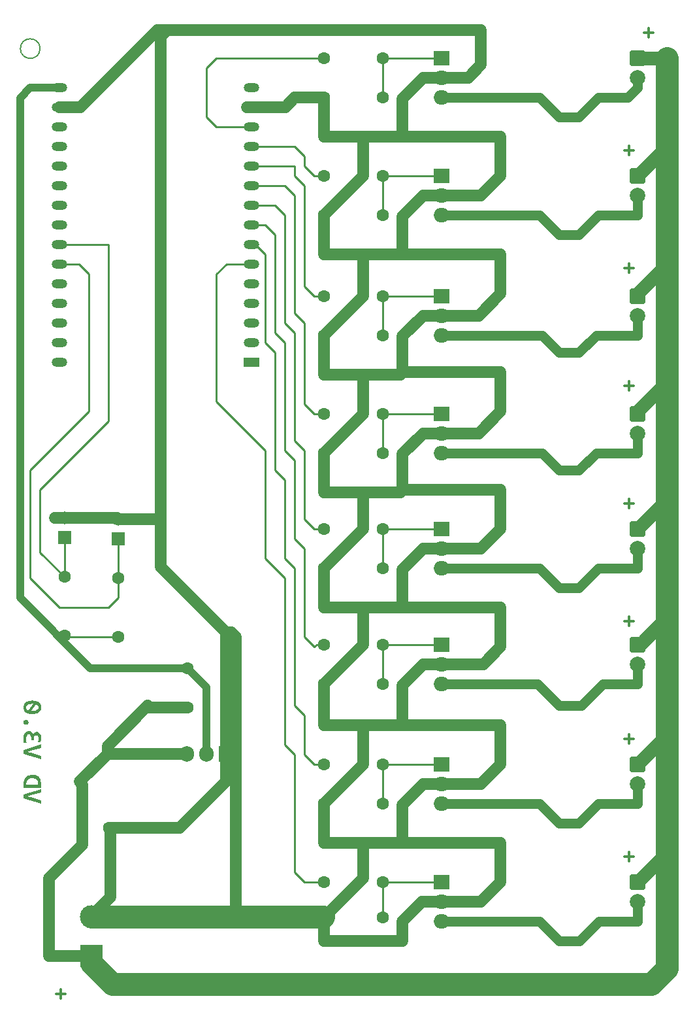
<source format=gbr>
%TF.GenerationSoftware,KiCad,Pcbnew,9.0.7*%
%TF.CreationDate,2026-02-16T10:21:58+00:00*%
%TF.ProjectId,VANDIMMER-8CH,56414e44-494d-44d4-9552-2d3843482e6b,rev?*%
%TF.SameCoordinates,Original*%
%TF.FileFunction,Copper,L2,Bot*%
%TF.FilePolarity,Positive*%
%FSLAX46Y46*%
G04 Gerber Fmt 4.6, Leading zero omitted, Abs format (unit mm)*
G04 Created by KiCad (PCBNEW 9.0.7) date 2026-02-16 10:21:58*
%MOMM*%
%LPD*%
G01*
G04 APERTURE LIST*
G04 Aperture macros list*
%AMRoundRect*
0 Rectangle with rounded corners*
0 $1 Rounding radius*
0 $2 $3 $4 $5 $6 $7 $8 $9 X,Y pos of 4 corners*
0 Add a 4 corners polygon primitive as box body*
4,1,4,$2,$3,$4,$5,$6,$7,$8,$9,$2,$3,0*
0 Add four circle primitives for the rounded corners*
1,1,$1+$1,$2,$3*
1,1,$1+$1,$4,$5*
1,1,$1+$1,$6,$7*
1,1,$1+$1,$8,$9*
0 Add four rect primitives between the rounded corners*
20,1,$1+$1,$2,$3,$4,$5,0*
20,1,$1+$1,$4,$5,$6,$7,0*
20,1,$1+$1,$6,$7,$8,$9,0*
20,1,$1+$1,$8,$9,$2,$3,0*%
G04 Aperture macros list end*
%TA.AperFunction,NonConductor*%
%ADD10C,0.200000*%
%TD*%
%ADD11C,0.300000*%
%TA.AperFunction,NonConductor*%
%ADD12C,0.300000*%
%TD*%
%TA.AperFunction,ComponentPad*%
%ADD13R,2.000000X1.200000*%
%TD*%
%TA.AperFunction,ComponentPad*%
%ADD14O,2.000000X1.200000*%
%TD*%
%TA.AperFunction,ComponentPad*%
%ADD15C,1.600000*%
%TD*%
%TA.AperFunction,ComponentPad*%
%ADD16RoundRect,0.250000X-0.550000X-0.550000X0.550000X-0.550000X0.550000X0.550000X-0.550000X0.550000X0*%
%TD*%
%TA.AperFunction,ComponentPad*%
%ADD17R,2.000000X1.905000*%
%TD*%
%TA.AperFunction,ComponentPad*%
%ADD18O,2.000000X1.905000*%
%TD*%
%TA.AperFunction,ComponentPad*%
%ADD19R,1.700000X1.700000*%
%TD*%
%TA.AperFunction,ComponentPad*%
%ADD20C,1.700000*%
%TD*%
%TA.AperFunction,ComponentPad*%
%ADD21RoundRect,0.250000X-0.750000X0.750000X-0.750000X-0.750000X0.750000X-0.750000X0.750000X0.750000X0*%
%TD*%
%TA.AperFunction,ComponentPad*%
%ADD22C,2.000000*%
%TD*%
%TA.AperFunction,ComponentPad*%
%ADD23R,1.905000X2.000000*%
%TD*%
%TA.AperFunction,ComponentPad*%
%ADD24O,1.905000X2.000000*%
%TD*%
%TA.AperFunction,ComponentPad*%
%ADD25R,3.000000X3.000000*%
%TD*%
%TA.AperFunction,ComponentPad*%
%ADD26C,3.000000*%
%TD*%
%TA.AperFunction,Conductor*%
%ADD27C,1.250000*%
%TD*%
%TA.AperFunction,Conductor*%
%ADD28C,3.000000*%
%TD*%
%TA.AperFunction,Conductor*%
%ADD29C,1.000000*%
%TD*%
%TA.AperFunction,Conductor*%
%ADD30C,1.500000*%
%TD*%
%TA.AperFunction,Conductor*%
%ADD31C,0.250000*%
%TD*%
%TA.AperFunction,Conductor*%
%ADD32C,1.750000*%
%TD*%
G04 APERTURE END LIST*
D10*
X36830000Y-39370000D02*
G75*
G02*
X34290000Y-39370000I-1270000J0D01*
G01*
X34290000Y-39370000D02*
G75*
G02*
X36830000Y-39370000I1270000J0D01*
G01*
D11*
D12*
X40085489Y-161789400D02*
X38942632Y-161789400D01*
X39514060Y-162360828D02*
X39514060Y-161217971D01*
D11*
D12*
X113745489Y-128769400D02*
X112602632Y-128769400D01*
X113174060Y-129340828D02*
X113174060Y-128197971D01*
D11*
D12*
X113745489Y-144009400D02*
X112602632Y-144009400D01*
X113174060Y-144580828D02*
X113174060Y-143437971D01*
D11*
D12*
X113745489Y-83049400D02*
X112602632Y-83049400D01*
X113174060Y-83620828D02*
X113174060Y-82477971D01*
D11*
D12*
X116285489Y-37329400D02*
X115142632Y-37329400D01*
X115714060Y-37900828D02*
X115714060Y-36757971D01*
D11*
D12*
X113745489Y-52569400D02*
X112602632Y-52569400D01*
X113174060Y-53140828D02*
X113174060Y-51997971D01*
D11*
D12*
X113745489Y-113529400D02*
X112602632Y-113529400D01*
X113174060Y-114100828D02*
X113174060Y-112957971D01*
D11*
D12*
X113745489Y-67809400D02*
X112602632Y-67809400D01*
X113174060Y-68380828D02*
X113174060Y-67237971D01*
D11*
D12*
X113745489Y-98289400D02*
X112602632Y-98289400D01*
X113174060Y-98860828D02*
X113174060Y-97717971D01*
D11*
G36*
X34715000Y-135921841D02*
G01*
X34715000Y-136478562D01*
X36942494Y-137160000D01*
X36942494Y-136683573D01*
X35601143Y-136306065D01*
X35161506Y-136184860D01*
X35626789Y-136058464D01*
X36942494Y-135684467D01*
X36942494Y-135237045D01*
X34715000Y-135921841D01*
G37*
G36*
X36045228Y-133413223D02*
G01*
X36206545Y-133435243D01*
X36344252Y-133469490D01*
X36475881Y-133520781D01*
X36587544Y-133584888D01*
X36681765Y-133661526D01*
X36761763Y-133752733D01*
X36827305Y-133858817D01*
X36878533Y-133981789D01*
X36925519Y-134183069D01*
X36942494Y-134429975D01*
X36942494Y-135090957D01*
X34715000Y-135090957D01*
X34715000Y-134524009D01*
X34716887Y-134486456D01*
X35066709Y-134486456D01*
X35066709Y-134670860D01*
X36590785Y-134670860D01*
X36590785Y-134457300D01*
X36576957Y-134293179D01*
X36539646Y-134168788D01*
X36476389Y-134063732D01*
X36390658Y-133983469D01*
X36284708Y-133925389D01*
X36151453Y-133885161D01*
X36005053Y-133863841D01*
X35829663Y-133856157D01*
X35627614Y-133868398D01*
X35469003Y-133901627D01*
X35345613Y-133951810D01*
X35250655Y-134016747D01*
X35172599Y-134102832D01*
X35115624Y-134207066D01*
X35079588Y-134333211D01*
X35066709Y-134486456D01*
X34716887Y-134486456D01*
X34724854Y-134327934D01*
X34752569Y-134160148D01*
X34795905Y-134016747D01*
X34858974Y-133881387D01*
X34935642Y-133766364D01*
X35025951Y-133669311D01*
X35130819Y-133587692D01*
X35250322Y-133521090D01*
X35386362Y-133469490D01*
X35604986Y-133422053D01*
X35856835Y-133405376D01*
X36045228Y-133413223D01*
G37*
G36*
X34715000Y-130155267D02*
G01*
X34715000Y-130711988D01*
X36942494Y-131393426D01*
X36942494Y-130917000D01*
X35601143Y-130539492D01*
X35161506Y-130418286D01*
X35626789Y-130291891D01*
X36942494Y-129917894D01*
X36942494Y-129470471D01*
X34715000Y-130155267D01*
G37*
G36*
X35391857Y-127729325D02*
G01*
X35232067Y-127745190D01*
X35093576Y-127790844D01*
X34972122Y-127867789D01*
X34868109Y-127979521D01*
X34788022Y-128118371D01*
X34725380Y-128299785D01*
X34689184Y-128501714D01*
X34675921Y-128753924D01*
X34678821Y-128876198D01*
X34686606Y-129003357D01*
X34698360Y-129126394D01*
X34715000Y-129233861D01*
X35076479Y-129233861D01*
X35041216Y-128992213D01*
X35027630Y-128713013D01*
X35034024Y-128576221D01*
X35051291Y-128468770D01*
X35081459Y-128372374D01*
X35119832Y-128299785D01*
X35170631Y-128241277D01*
X35230657Y-128201477D01*
X35299817Y-128178021D01*
X35379645Y-128169878D01*
X35450137Y-128178158D01*
X35512605Y-128202393D01*
X35566856Y-128242435D01*
X35613966Y-128301464D01*
X35649796Y-128373931D01*
X35678690Y-128471366D01*
X35695521Y-128579466D01*
X35701741Y-128716372D01*
X35701741Y-128963973D01*
X36024141Y-128963973D01*
X36024141Y-128736827D01*
X36031409Y-128609598D01*
X36050550Y-128515787D01*
X36082756Y-128434018D01*
X36121075Y-128375653D01*
X36169750Y-128330796D01*
X36225642Y-128301464D01*
X36287349Y-128284789D01*
X36352495Y-128279177D01*
X36439019Y-128289855D01*
X36506384Y-128319638D01*
X36559186Y-128368020D01*
X36595776Y-128431320D01*
X36620491Y-128520247D01*
X36629863Y-128642946D01*
X36623179Y-128775315D01*
X36603149Y-128905965D01*
X36532166Y-129174022D01*
X36883876Y-129174022D01*
X36928298Y-129027171D01*
X36958370Y-128887189D01*
X36976230Y-128745375D01*
X36981573Y-128596845D01*
X36971095Y-128418637D01*
X36942189Y-128273224D01*
X36893245Y-128142293D01*
X36830295Y-128039208D01*
X36749267Y-127955822D01*
X36653219Y-127896632D01*
X36544564Y-127861127D01*
X36420730Y-127848852D01*
X36287944Y-127860237D01*
X36179867Y-127891961D01*
X36091613Y-127941969D01*
X36015872Y-128010667D01*
X35951815Y-128096597D01*
X35899272Y-128202393D01*
X35875550Y-128098468D01*
X35840348Y-128007762D01*
X35792105Y-127926229D01*
X35732729Y-127858316D01*
X35662117Y-127803236D01*
X35581451Y-127762603D01*
X35492904Y-127737913D01*
X35391857Y-127729325D01*
G37*
G36*
X35350031Y-126597870D02*
G01*
X35343239Y-126528154D01*
X35323317Y-126464758D01*
X35291799Y-126407048D01*
X35251113Y-126358054D01*
X35201784Y-126317827D01*
X35143646Y-126287071D01*
X35080067Y-126267919D01*
X35011297Y-126261426D01*
X34944091Y-126267898D01*
X34881390Y-126287071D01*
X34823996Y-126317765D01*
X34774686Y-126358054D01*
X34734121Y-126407037D01*
X34702635Y-126464758D01*
X34682713Y-126528154D01*
X34675921Y-126597870D01*
X34682665Y-126664322D01*
X34702635Y-126725945D01*
X34734056Y-126782115D01*
X34774686Y-126830206D01*
X34823921Y-126869647D01*
X34881390Y-126900121D01*
X34944091Y-126919294D01*
X35011297Y-126925766D01*
X35080067Y-126919273D01*
X35143646Y-126900121D01*
X35201860Y-126869585D01*
X35251113Y-126830206D01*
X35291865Y-126782104D01*
X35323317Y-126725945D01*
X35343287Y-126664322D01*
X35350031Y-126597870D01*
G37*
G36*
X36041386Y-123802207D02*
G01*
X36213447Y-123823969D01*
X36359059Y-123857618D01*
X36500082Y-123907401D01*
X36617265Y-123966021D01*
X36713822Y-124032710D01*
X36798601Y-124112987D01*
X36865782Y-124201724D01*
X36916696Y-124299850D01*
X36964988Y-124460633D01*
X36981573Y-124639806D01*
X36972429Y-124779204D01*
X36945980Y-124904931D01*
X36903110Y-125018993D01*
X36842991Y-125124575D01*
X36767429Y-125218155D01*
X36675354Y-125300788D01*
X36571706Y-125369193D01*
X36450576Y-125427702D01*
X36309600Y-125475727D01*
X36084908Y-125520389D01*
X35818519Y-125536330D01*
X35617373Y-125528562D01*
X35445824Y-125506816D01*
X35300114Y-125473132D01*
X35159134Y-125423323D01*
X35041617Y-125364454D01*
X34944435Y-125297277D01*
X34859128Y-125216309D01*
X34791660Y-125127205D01*
X34784210Y-125112874D01*
X35711510Y-125112874D01*
X35769060Y-125116232D01*
X35829815Y-125116232D01*
X36030678Y-125106809D01*
X36189616Y-125081275D01*
X36333181Y-125038011D01*
X36441796Y-124985562D01*
X36531343Y-124917728D01*
X36590937Y-124842985D01*
X36627452Y-124757639D01*
X36639633Y-124665451D01*
X36630377Y-124579548D01*
X36603361Y-124503145D01*
X36558270Y-124434031D01*
X36498385Y-124376085D01*
X36416420Y-124323220D01*
X36307463Y-124276037D01*
X35711510Y-125112874D01*
X34784210Y-125112874D01*
X34740645Y-125029068D01*
X34692465Y-124868312D01*
X34675921Y-124689265D01*
X34677479Y-124665451D01*
X35017861Y-124665451D01*
X35026843Y-124750292D01*
X35053135Y-124826443D01*
X35097087Y-124895956D01*
X35155844Y-124954261D01*
X35235397Y-125005692D01*
X35340261Y-125049676D01*
X35936214Y-124217876D01*
X35880343Y-124216197D01*
X35822946Y-124214518D01*
X35624756Y-124223702D01*
X35466199Y-124248712D01*
X35322838Y-124291320D01*
X35215239Y-124343509D01*
X35126916Y-124411369D01*
X35067015Y-124487001D01*
X35030133Y-124573043D01*
X35017861Y-124665451D01*
X34677479Y-124665451D01*
X34685117Y-124548743D01*
X34711614Y-124423126D01*
X34754384Y-124310231D01*
X34814379Y-124205569D01*
X34889875Y-124112215D01*
X34981987Y-124029199D01*
X35085817Y-123960328D01*
X35206951Y-123901824D01*
X35347741Y-123854260D01*
X35572532Y-123810162D01*
X35838975Y-123794420D01*
X36041386Y-123802207D01*
G37*
D13*
%TO.P,U2,1,EN*%
%TO.N,unconnected-(U2-EN-Pad1)*%
X64226320Y-79987280D03*
D14*
%TO.P,U2,2,VP*%
%TO.N,unconnected-(U2-VP-Pad2)*%
X64226320Y-77447280D03*
%TO.P,U2,3,VN*%
%TO.N,unconnected-(U2-VN-Pad3)*%
X64226320Y-74907280D03*
%TO.P,U2,4,D34*%
%TO.N,unconnected-(U2-D34-Pad4)*%
X64226320Y-72367280D03*
%TO.P,U2,5,D35*%
%TO.N,unconnected-(U2-D35-Pad5)*%
X64226320Y-69827280D03*
%TO.P,U2,6,D32*%
%TO.N,CH8*%
X64226320Y-67287280D03*
%TO.P,U2,7,D33*%
%TO.N,CH7*%
X64226320Y-64747280D03*
%TO.P,U2,8,D25*%
%TO.N,CH6*%
X64226320Y-62207280D03*
%TO.P,U2,9,D26*%
%TO.N,CH5*%
X64226320Y-59667280D03*
%TO.P,U2,10,D27*%
%TO.N,CH4*%
X64226320Y-57127280D03*
%TO.P,U2,11,D14*%
%TO.N,CH3*%
X64226320Y-54587280D03*
%TO.P,U2,12,D12*%
%TO.N,CH2*%
X64226320Y-52047280D03*
%TO.P,U2,13,D13*%
%TO.N,CH1*%
X64226320Y-49507280D03*
%TO.P,U2,14,Gnd*%
%TO.N,GND*%
X64226320Y-46967280D03*
%TO.P,U2,15,Vin*%
%TO.N,unconnected-(U2-Vin-Pad15)*%
X64226320Y-44427280D03*
%TO.P,U2,16,3.3v*%
%TO.N,+3.3V*%
X39370000Y-44450000D03*
%TO.P,U2,17,Gnd*%
%TO.N,GND*%
X39370000Y-46990000D03*
%TO.P,U2,18,D15*%
%TO.N,unconnected-(U2-D15-Pad18)*%
X39366320Y-49527280D03*
%TO.P,U2,19,D2*%
%TO.N,unconnected-(U2-D2-Pad19)*%
X39366320Y-52067280D03*
%TO.P,U2,20,D4*%
%TO.N,unconnected-(U2-D4-Pad20)*%
X39366320Y-54607280D03*
%TO.P,U2,21,Rx2*%
%TO.N,unconnected-(U2-Rx2-Pad21)*%
X39366320Y-57147280D03*
%TO.P,U2,22,Tx2*%
%TO.N,unconnected-(U2-Tx2-Pad22)*%
X39366320Y-59687280D03*
%TO.P,U2,23,D5*%
%TO.N,unconnected-(U2-D5-Pad23)*%
X39366320Y-62227280D03*
%TO.P,U2,24,D18*%
%TO.N,Net-(J11-Pin_1)*%
X39366320Y-64767280D03*
%TO.P,U2,25,D19*%
%TO.N,Net-(J10-Pin_1)*%
X39366320Y-67307280D03*
%TO.P,U2,26,D21*%
%TO.N,unconnected-(U2-D21-Pad26)*%
X39366320Y-69847280D03*
%TO.P,U2,27,Rx0*%
%TO.N,unconnected-(U2-Rx0-Pad27)*%
X39366320Y-72387280D03*
%TO.P,U2,28,Tx0*%
%TO.N,unconnected-(U2-Tx0-Pad28)*%
X39366320Y-74927280D03*
%TO.P,U2,29,D22*%
%TO.N,unconnected-(U2-D22-Pad29)*%
X39366320Y-77467280D03*
%TO.P,U2,30,D23*%
%TO.N,unconnected-(U2-D23-Pad30)*%
X39366320Y-80007280D03*
%TD*%
D15*
%TO.P,R18,1*%
%TO.N,Net-(J11-Pin_1)*%
X39990000Y-107770000D03*
%TO.P,R18,2*%
%TO.N,+3.3V*%
X39990000Y-115390000D03*
%TD*%
D16*
%TO.P,C4,1*%
%TO.N,VIN*%
X42307349Y-140297349D03*
D15*
%TO.P,C4,2*%
%TO.N,GND*%
X45807349Y-140297349D03*
%TD*%
%TO.P,C1,1*%
%TO.N,VIN*%
X55960000Y-124650000D03*
%TO.P,C1,2*%
%TO.N,GND*%
X60960000Y-124650000D03*
%TD*%
D17*
%TO.P,Q3,1,G*%
%TO.N,Net-(Q3-G)*%
X88900000Y-71400000D03*
D18*
%TO.P,Q3,2,S*%
%TO.N,GND*%
X88900000Y-73940000D03*
%TO.P,Q3,3,D*%
%TO.N,Net-(J4-Pin_2)*%
X88900000Y-76480000D03*
%TD*%
D19*
%TO.P,J10,1,Pin_1*%
%TO.N,Net-(J10-Pin_1)*%
X46990000Y-102870000D03*
D20*
%TO.P,J10,2,Pin_2*%
%TO.N,GND*%
X46990000Y-100330000D03*
%TD*%
D21*
%TO.P,J9,1,Pin_1*%
%TO.N,VIN*%
X114300000Y-147320000D03*
D22*
%TO.P,J9,2,Pin_2*%
%TO.N,Net-(J9-Pin_2)*%
X114300000Y-149860000D03*
%TD*%
D15*
%TO.P,R9,1*%
%TO.N,Net-(Q5-G)*%
X81280000Y-101600000D03*
%TO.P,R9,2*%
%TO.N,CH5*%
X73660000Y-101600000D03*
%TD*%
D17*
%TO.P,Q7,1,G*%
%TO.N,Net-(Q7-G)*%
X88900000Y-132080000D03*
D18*
%TO.P,Q7,2,S*%
%TO.N,GND*%
X88900000Y-134620000D03*
%TO.P,Q7,3,D*%
%TO.N,Net-(J8-Pin_2)*%
X88900000Y-137160000D03*
%TD*%
D15*
%TO.P,R7,1*%
%TO.N,Net-(Q4-G)*%
X81280000Y-86640000D03*
%TO.P,R7,2*%
%TO.N,CH4*%
X73660000Y-86640000D03*
%TD*%
%TO.P,R1,1*%
%TO.N,Net-(Q1-G)*%
X81280000Y-40640000D03*
%TO.P,R1,2*%
%TO.N,CH1*%
X73660000Y-40640000D03*
%TD*%
%TO.P,R3,1*%
%TO.N,Net-(Q2-G)*%
X81280000Y-55880000D03*
%TO.P,R3,2*%
%TO.N,CH2*%
X73660000Y-55880000D03*
%TD*%
%TO.P,R16,1*%
%TO.N,GND*%
X73660000Y-151840000D03*
%TO.P,R16,2*%
%TO.N,Net-(Q8-G)*%
X81280000Y-151840000D03*
%TD*%
%TO.P,R17,1*%
%TO.N,Net-(J10-Pin_1)*%
X46990000Y-107950000D03*
%TO.P,R17,2*%
%TO.N,+3.3V*%
X46990000Y-115570000D03*
%TD*%
D17*
%TO.P,Q2,1,G*%
%TO.N,Net-(Q2-G)*%
X88900000Y-55880000D03*
D18*
%TO.P,Q2,2,S*%
%TO.N,GND*%
X88900000Y-58420000D03*
%TO.P,Q2,3,D*%
%TO.N,Net-(J3-Pin_2)*%
X88900000Y-60960000D03*
%TD*%
D23*
%TO.P,U1,1,GND*%
%TO.N,GND*%
X60960000Y-130660000D03*
D24*
%TO.P,U1,2,VO*%
%TO.N,+3.3V*%
X58420000Y-130660000D03*
%TO.P,U1,3,VI*%
%TO.N,VIN*%
X55880000Y-130660000D03*
%TD*%
D21*
%TO.P,J5,1,Pin_1*%
%TO.N,VIN*%
X114300000Y-86640000D03*
D22*
%TO.P,J5,2,Pin_2*%
%TO.N,Net-(J5-Pin_2)*%
X114300000Y-89180000D03*
%TD*%
D15*
%TO.P,R2,1*%
%TO.N,GND*%
X73660000Y-45720000D03*
%TO.P,R2,2*%
%TO.N,Net-(Q1-G)*%
X81280000Y-45720000D03*
%TD*%
D21*
%TO.P,J6,1,Pin_1*%
%TO.N,VIN*%
X114300000Y-101600000D03*
D22*
%TO.P,J6,2,Pin_2*%
%TO.N,Net-(J6-Pin_2)*%
X114300000Y-104140000D03*
%TD*%
D15*
%TO.P,R4,1*%
%TO.N,GND*%
X73660000Y-60960000D03*
%TO.P,R4,2*%
%TO.N,Net-(Q2-G)*%
X81280000Y-60960000D03*
%TD*%
D21*
%TO.P,J4,1,Pin_1*%
%TO.N,VIN*%
X114300000Y-71400000D03*
D22*
%TO.P,J4,2,Pin_2*%
%TO.N,Net-(J4-Pin_2)*%
X114300000Y-73940000D03*
%TD*%
D15*
%TO.P,R14,1*%
%TO.N,GND*%
X73660000Y-137160000D03*
%TO.P,R14,2*%
%TO.N,Net-(Q7-G)*%
X81280000Y-137160000D03*
%TD*%
%TO.P,R5,1*%
%TO.N,Net-(Q3-G)*%
X81280000Y-71400000D03*
%TO.P,R5,2*%
%TO.N,CH3*%
X73660000Y-71400000D03*
%TD*%
%TO.P,R10,1*%
%TO.N,GND*%
X73660000Y-106680000D03*
%TO.P,R10,2*%
%TO.N,Net-(Q5-G)*%
X81280000Y-106680000D03*
%TD*%
%TO.P,R15,1*%
%TO.N,Net-(Q8-G)*%
X81280000Y-147320000D03*
%TO.P,R15,2*%
%TO.N,CH8*%
X73660000Y-147320000D03*
%TD*%
D17*
%TO.P,Q8,1,G*%
%TO.N,Net-(Q8-G)*%
X88900000Y-147320000D03*
D18*
%TO.P,Q8,2,S*%
%TO.N,GND*%
X88900000Y-149860000D03*
%TO.P,Q8,3,D*%
%TO.N,Net-(J9-Pin_2)*%
X88900000Y-152400000D03*
%TD*%
D21*
%TO.P,J8,1,Pin_1*%
%TO.N,VIN*%
X114300000Y-132080000D03*
D22*
%TO.P,J8,2,Pin_2*%
%TO.N,Net-(J8-Pin_2)*%
X114300000Y-134620000D03*
%TD*%
D17*
%TO.P,Q5,1,G*%
%TO.N,Net-(Q5-G)*%
X88900000Y-101600000D03*
D18*
%TO.P,Q5,2,S*%
%TO.N,GND*%
X88900000Y-104140000D03*
%TO.P,Q5,3,D*%
%TO.N,Net-(J6-Pin_2)*%
X88900000Y-106680000D03*
%TD*%
D19*
%TO.P,J11,1,Pin_1*%
%TO.N,Net-(J11-Pin_1)*%
X39990000Y-102690000D03*
D20*
%TO.P,J11,2,Pin_2*%
%TO.N,GND*%
X39990000Y-100150000D03*
%TD*%
D17*
%TO.P,Q1,1,G*%
%TO.N,Net-(Q1-G)*%
X88900000Y-40640000D03*
D18*
%TO.P,Q1,2,S*%
%TO.N,GND*%
X88900000Y-43180000D03*
%TO.P,Q1,3,D*%
%TO.N,Net-(J2-Pin_2)*%
X88900000Y-45720000D03*
%TD*%
D15*
%TO.P,R8,1*%
%TO.N,GND*%
X73660000Y-91720000D03*
%TO.P,R8,2*%
%TO.N,Net-(Q4-G)*%
X81280000Y-91720000D03*
%TD*%
D21*
%TO.P,J7,1,Pin_1*%
%TO.N,VIN*%
X114300000Y-116560000D03*
D22*
%TO.P,J7,2,Pin_2*%
%TO.N,Net-(J7-Pin_2)*%
X114300000Y-119100000D03*
%TD*%
D25*
%TO.P,J1,1,Pin_1*%
%TO.N,VIN*%
X43460000Y-156837349D03*
D26*
%TO.P,J1,2,Pin_2*%
%TO.N,GND*%
X43460000Y-151757349D03*
%TD*%
D15*
%TO.P,R12,1*%
%TO.N,GND*%
X73660000Y-121640000D03*
%TO.P,R12,2*%
%TO.N,Net-(Q6-G)*%
X81280000Y-121640000D03*
%TD*%
D21*
%TO.P,J3,1,Pin_1*%
%TO.N,VIN*%
X114300000Y-55880000D03*
D22*
%TO.P,J3,2,Pin_2*%
%TO.N,Net-(J3-Pin_2)*%
X114300000Y-58420000D03*
%TD*%
D15*
%TO.P,R13,1*%
%TO.N,Net-(Q7-G)*%
X81280000Y-132080000D03*
%TO.P,R13,2*%
%TO.N,CH7*%
X73660000Y-132080000D03*
%TD*%
%TO.P,R11,1*%
%TO.N,Net-(Q6-G)*%
X81280000Y-116560000D03*
%TO.P,R11,2*%
%TO.N,CH6*%
X73660000Y-116560000D03*
%TD*%
D17*
%TO.P,Q4,1,G*%
%TO.N,Net-(Q4-G)*%
X88900000Y-86640000D03*
D18*
%TO.P,Q4,2,S*%
%TO.N,GND*%
X88900000Y-89180000D03*
%TO.P,Q4,3,D*%
%TO.N,Net-(J5-Pin_2)*%
X88900000Y-91720000D03*
%TD*%
D21*
%TO.P,J2,1,Pin_1*%
%TO.N,VIN*%
X114300000Y-40640000D03*
D22*
%TO.P,J2,2,Pin_2*%
%TO.N,Net-(J2-Pin_2)*%
X114300000Y-43180000D03*
%TD*%
D17*
%TO.P,Q6,1,G*%
%TO.N,Net-(Q6-G)*%
X88900000Y-116560000D03*
D18*
%TO.P,Q6,2,S*%
%TO.N,GND*%
X88900000Y-119100000D03*
%TO.P,Q6,3,D*%
%TO.N,Net-(J7-Pin_2)*%
X88900000Y-121640000D03*
%TD*%
D15*
%TO.P,R6,1*%
%TO.N,GND*%
X73660000Y-76480000D03*
%TO.P,R6,2*%
%TO.N,Net-(Q3-G)*%
X81280000Y-76480000D03*
%TD*%
%TO.P,C2,1*%
%TO.N,+3.3V*%
X55960000Y-119570000D03*
%TO.P,C2,2*%
%TO.N,GND*%
X60960000Y-119570000D03*
%TD*%
D27*
%TO.N,Net-(J2-Pin_2)*%
X114300000Y-44450000D02*
X113030000Y-45720000D01*
X114300000Y-43180000D02*
X114300000Y-44450000D01*
X109220000Y-45720000D02*
X113030000Y-45720000D01*
X106680000Y-48260000D02*
X109220000Y-45720000D01*
X104140000Y-48260000D02*
X106680000Y-48260000D01*
X101600000Y-45720000D02*
X104140000Y-48260000D01*
X89830000Y-45720000D02*
X101600000Y-45720000D01*
%TO.N,Net-(J3-Pin_2)*%
X109220000Y-60960000D02*
X114300000Y-60960000D01*
X106680000Y-63500000D02*
X109220000Y-60960000D01*
X104140000Y-63500000D02*
X106680000Y-63500000D01*
X101600000Y-60960000D02*
X104140000Y-63500000D01*
X88900000Y-60960000D02*
X101600000Y-60960000D01*
%TO.N,Net-(J4-Pin_2)*%
X101880000Y-76480000D02*
X88900000Y-76480000D01*
X104140000Y-78740000D02*
X101880000Y-76480000D01*
X106680000Y-78740000D02*
X104140000Y-78740000D01*
X108940000Y-76480000D02*
X106680000Y-78740000D01*
X114300000Y-76480000D02*
X108940000Y-76480000D01*
%TO.N,Net-(J5-Pin_2)*%
X104140000Y-93980000D02*
X101880000Y-91720000D01*
X106680000Y-93980000D02*
X104140000Y-93980000D01*
X108940000Y-91720000D02*
X106680000Y-93980000D01*
X114300000Y-91720000D02*
X108940000Y-91720000D01*
X101880000Y-91720000D02*
X88900000Y-91720000D01*
%TO.N,Net-(J6-Pin_2)*%
X109220000Y-106680000D02*
X114300000Y-106680000D01*
X106680000Y-109220000D02*
X109220000Y-106680000D01*
X104140000Y-109220000D02*
X106680000Y-109220000D01*
X101600000Y-106680000D02*
X104140000Y-109220000D01*
X88900000Y-106680000D02*
X101600000Y-106680000D01*
%TO.N,Net-(J7-Pin_2)*%
X106960000Y-124460000D02*
X109780000Y-121640000D01*
X104140000Y-124460000D02*
X106960000Y-124460000D01*
X101320000Y-121640000D02*
X104140000Y-124460000D01*
X109780000Y-121640000D02*
X114300000Y-121640000D01*
X88900000Y-121640000D02*
X101320000Y-121640000D01*
%TO.N,Net-(J8-Pin_2)*%
X104140000Y-139700000D02*
X106680000Y-139700000D01*
X101600000Y-137160000D02*
X104140000Y-139700000D01*
X106680000Y-139700000D02*
X109220000Y-137160000D01*
X109220000Y-137160000D02*
X114300000Y-137160000D01*
X88900000Y-137160000D02*
X101600000Y-137160000D01*
D28*
%TO.N,VIN*%
X118110000Y-158440000D02*
X118110000Y-139700000D01*
X65860000Y-160500000D02*
X116050000Y-160500000D01*
X116050000Y-160500000D02*
X118110000Y-158440000D01*
D27*
%TO.N,Net-(J9-Pin_2)*%
X109273725Y-152400000D02*
X114300000Y-152400000D01*
X106733725Y-154940000D02*
X109273725Y-152400000D01*
X104140000Y-154940000D02*
X106733725Y-154940000D01*
X101600000Y-152400000D02*
X104140000Y-154940000D01*
X88900000Y-152400000D02*
X101600000Y-152400000D01*
D29*
%TO.N,+3.3V*%
X34290000Y-45740000D02*
X35580000Y-44450000D01*
X35580000Y-44450000D02*
X39370000Y-44450000D01*
X43370000Y-119570000D02*
X48260000Y-119570000D01*
X34290000Y-110490000D02*
X43370000Y-119570000D01*
X34290000Y-109200000D02*
X34290000Y-110490000D01*
X34290000Y-82550000D02*
X34290000Y-45740000D01*
X34290000Y-82550000D02*
X34290000Y-109200000D01*
D30*
%TO.N,GND*%
X39370000Y-46990000D02*
X42080000Y-46990000D01*
X52070000Y-37000000D02*
X53340000Y-37000000D01*
X42080000Y-46990000D02*
X52070000Y-37000000D01*
D31*
%TO.N,Net-(J10-Pin_1)*%
X41907280Y-67307280D02*
X39366320Y-67307280D01*
X39370000Y-111760000D02*
X35560000Y-107950000D01*
X43180000Y-86360000D02*
X43180000Y-68580000D01*
X35560000Y-107950000D02*
X35560000Y-93980000D01*
X35560000Y-93980000D02*
X43180000Y-86360000D01*
X43180000Y-68580000D02*
X41907280Y-67307280D01*
X45720000Y-111760000D02*
X39370000Y-111760000D01*
X46990000Y-110490000D02*
X45720000Y-111760000D01*
X46990000Y-107950000D02*
X46990000Y-110490000D01*
%TO.N,Net-(J11-Pin_1)*%
X45717280Y-64767280D02*
X39366320Y-64767280D01*
X45720000Y-87630000D02*
X45720000Y-64770000D01*
X45720000Y-64770000D02*
X45717280Y-64767280D01*
X36830000Y-96520000D02*
X45720000Y-87630000D01*
X36830000Y-104610000D02*
X36830000Y-96520000D01*
X39990000Y-107770000D02*
X36830000Y-104610000D01*
D30*
%TO.N,GND*%
X86495000Y-73940000D02*
X88900000Y-73940000D01*
X83820000Y-111760000D02*
X83820000Y-106815000D01*
X86360000Y-149860000D02*
X88900000Y-149860000D01*
X83820000Y-81280000D02*
X96520000Y-81280000D01*
X43460000Y-151757349D02*
X45960000Y-149257349D01*
X78740000Y-81560000D02*
X83540000Y-81560000D01*
X86495000Y-104140000D02*
X88900000Y-104140000D01*
X73660000Y-45720000D02*
X73660000Y-50800000D01*
X73660000Y-121640000D02*
X73660000Y-127000000D01*
X78740000Y-96800000D02*
X78740000Y-101600000D01*
X96520000Y-96520000D02*
X96520000Y-101600000D01*
X83820000Y-91855000D02*
X86495000Y-89180000D01*
X73660000Y-91720000D02*
X78740000Y-86640000D01*
X60960000Y-114960000D02*
X60960000Y-119570000D01*
X96520000Y-81280000D02*
X96520000Y-86360000D01*
X96520000Y-55880000D02*
X93980000Y-58420000D01*
X78740000Y-142240000D02*
X78740000Y-146760000D01*
X73660000Y-154940000D02*
X83820000Y-154940000D01*
X60960000Y-114960000D02*
X61620000Y-114960000D01*
X78740000Y-96800000D02*
X83540000Y-96800000D01*
X78740000Y-111760000D02*
X78740000Y-116560000D01*
X73660000Y-142240000D02*
X78740000Y-142240000D01*
X52500000Y-100330000D02*
X52500000Y-37840000D01*
X86495000Y-58420000D02*
X88900000Y-58420000D01*
X83820000Y-81280000D02*
X83820000Y-76615000D01*
X96520000Y-111760000D02*
X96520000Y-116840000D01*
X62230000Y-115570000D02*
X62230000Y-151757349D01*
X93700000Y-89180000D02*
X88900000Y-89180000D01*
X94000000Y-41500000D02*
X94000000Y-37000000D01*
X93980000Y-134620000D02*
X88900000Y-134620000D01*
X93980000Y-149860000D02*
X88900000Y-149860000D01*
X83820000Y-142240000D02*
X83820000Y-137295000D01*
X78740000Y-116560000D02*
X73660000Y-121640000D01*
X78740000Y-132080000D02*
X73660000Y-137160000D01*
X60960000Y-130660000D02*
X60960000Y-119570000D01*
X96520000Y-86360000D02*
X93700000Y-89180000D01*
X83820000Y-154940000D02*
X83820000Y-152400000D01*
X78740000Y-101600000D02*
X73660000Y-106680000D01*
X83820000Y-111760000D02*
X96520000Y-111760000D01*
X78740000Y-66040000D02*
X78740000Y-71400000D01*
X83820000Y-106815000D02*
X86495000Y-104140000D01*
X78740000Y-127000000D02*
X83820000Y-127000000D01*
X78740000Y-55880000D02*
X73660000Y-60960000D01*
X83820000Y-137295000D02*
X86495000Y-134620000D01*
X78740000Y-111760000D02*
X83820000Y-111760000D01*
X94000000Y-37000000D02*
X53340000Y-37000000D01*
X94260000Y-119100000D02*
X88900000Y-119100000D01*
X52500000Y-106500000D02*
X60960000Y-114960000D01*
X86495000Y-43180000D02*
X88900000Y-43180000D01*
X83820000Y-127000000D02*
X83820000Y-121775000D01*
X92320000Y-43180000D02*
X94000000Y-41500000D01*
X78740000Y-71400000D02*
X73660000Y-76480000D01*
X61620000Y-114960000D02*
X62230000Y-115570000D01*
X83820000Y-50800000D02*
X83820000Y-45855000D01*
X69850000Y-45720000D02*
X73660000Y-45720000D01*
X45807349Y-140297349D02*
X54960000Y-140297349D01*
X83820000Y-152400000D02*
X86360000Y-149860000D01*
X83820000Y-61095000D02*
X86495000Y-58420000D01*
X96520000Y-71120000D02*
X93700000Y-73940000D01*
X39990000Y-100150000D02*
X46810000Y-100150000D01*
X78740000Y-142240000D02*
X83820000Y-142240000D01*
X96520000Y-147320000D02*
X93980000Y-149860000D01*
X78740000Y-127000000D02*
X78740000Y-132080000D01*
X73660000Y-151840000D02*
X73660000Y-154940000D01*
X83820000Y-121775000D02*
X86495000Y-119100000D01*
X93700000Y-73940000D02*
X88900000Y-73940000D01*
X60960000Y-134297349D02*
X60960000Y-130660000D01*
X73660000Y-91720000D02*
X73660000Y-96800000D01*
X96520000Y-116840000D02*
X94260000Y-119100000D01*
X78740000Y-66040000D02*
X83820000Y-66040000D01*
X45960000Y-149257349D02*
X45960000Y-140450000D01*
X46990000Y-100330000D02*
X52500000Y-100330000D01*
X83540000Y-96800000D02*
X83820000Y-96520000D01*
X54960000Y-140297349D02*
X60960000Y-134297349D01*
X83820000Y-66040000D02*
X96520000Y-66040000D01*
X45960000Y-140450000D02*
X45807349Y-140297349D01*
X73660000Y-66040000D02*
X78740000Y-66040000D01*
X86495000Y-89180000D02*
X88900000Y-89180000D01*
X61171000Y-130871000D02*
X60960000Y-130660000D01*
X78740000Y-50800000D02*
X83820000Y-50800000D01*
X73660000Y-106680000D02*
X73660000Y-111760000D01*
X73660000Y-111760000D02*
X78740000Y-111760000D01*
X86495000Y-119100000D02*
X88900000Y-119100000D01*
X78740000Y-86640000D02*
X78740000Y-81560000D01*
X73660000Y-127000000D02*
X78740000Y-127000000D01*
X83820000Y-45855000D02*
X86495000Y-43180000D01*
X96520000Y-50800000D02*
X96520000Y-55880000D01*
X96520000Y-101600000D02*
X93980000Y-104140000D01*
X96520000Y-127000000D02*
X96520000Y-132080000D01*
X68602720Y-46967280D02*
X69850000Y-45720000D01*
X83540000Y-81560000D02*
X83820000Y-81280000D01*
X73577349Y-151757349D02*
X73660000Y-151840000D01*
X96520000Y-142240000D02*
X96520000Y-147320000D01*
X73660000Y-60960000D02*
X73660000Y-66040000D01*
X86495000Y-134620000D02*
X88900000Y-134620000D01*
X78740000Y-146760000D02*
X73660000Y-151840000D01*
D28*
X43460000Y-151757349D02*
X62230000Y-151757349D01*
D30*
X52500000Y-37840000D02*
X53340000Y-37000000D01*
X83820000Y-50800000D02*
X96520000Y-50800000D01*
X83820000Y-96520000D02*
X83820000Y-91855000D01*
X83820000Y-127000000D02*
X96520000Y-127000000D01*
X93980000Y-58420000D02*
X88900000Y-58420000D01*
X83820000Y-66040000D02*
X83820000Y-61095000D01*
D28*
X62230000Y-151757349D02*
X73577349Y-151757349D01*
D30*
X73660000Y-76480000D02*
X73660000Y-81560000D01*
X73660000Y-81560000D02*
X78740000Y-81560000D01*
X83820000Y-96520000D02*
X96520000Y-96520000D01*
X83820000Y-142240000D02*
X96520000Y-142240000D01*
X73660000Y-50800000D02*
X78740000Y-50800000D01*
X93980000Y-104140000D02*
X88900000Y-104140000D01*
X39990000Y-100150000D02*
X38728000Y-100150000D01*
X88900000Y-43180000D02*
X92320000Y-43180000D01*
X83820000Y-76615000D02*
X86495000Y-73940000D01*
X73660000Y-96800000D02*
X78740000Y-96800000D01*
X46810000Y-100150000D02*
X46990000Y-100330000D01*
X96520000Y-66040000D02*
X96520000Y-71120000D01*
X96520000Y-132080000D02*
X93980000Y-134620000D01*
X63690000Y-46967280D02*
X68602720Y-46967280D01*
X52500000Y-100330000D02*
X52500000Y-106500000D01*
X78740000Y-55880000D02*
X78740000Y-50800000D01*
X73660000Y-137160000D02*
X73660000Y-142240000D01*
D32*
%TO.N,VIN*%
X114300000Y-40640000D02*
X118110000Y-40640000D01*
D30*
X37960000Y-156797349D02*
X38000000Y-156837349D01*
X42307349Y-142450000D02*
X37960000Y-146797349D01*
D32*
X114300000Y-147320000D02*
X118110000Y-143510000D01*
D30*
X55880000Y-130660000D02*
X45597349Y-130660000D01*
X41960000Y-134297349D02*
X42307349Y-134644698D01*
D28*
X118110000Y-93980000D02*
X118110000Y-86360000D01*
D30*
X118110000Y-63500000D02*
X118110000Y-71120000D01*
X45597349Y-130660000D02*
X41960000Y-134297349D01*
D28*
X118110000Y-124460000D02*
X118110000Y-116840000D01*
X118110000Y-139700000D02*
X118110000Y-124460000D01*
D30*
X37960000Y-146797349D02*
X37960000Y-156797349D01*
D32*
X114300000Y-71120000D02*
X118110000Y-67310000D01*
X114300000Y-132080000D02*
X118110000Y-128270000D01*
D28*
X118110000Y-116840000D02*
X118110000Y-93980000D01*
D30*
X66340000Y-160980000D02*
X65860000Y-160500000D01*
X43460000Y-156837349D02*
X43460000Y-157760000D01*
D32*
X114300000Y-101600000D02*
X118110000Y-97790000D01*
D30*
X55880000Y-124730000D02*
X55960000Y-124650000D01*
D28*
X46200000Y-160500000D02*
X63500000Y-160500000D01*
X118110000Y-48260000D02*
X118110000Y-40640000D01*
D30*
X42307349Y-140297349D02*
X42307349Y-142450000D01*
D28*
X43460000Y-157760000D02*
X46200000Y-160500000D01*
D30*
X114300000Y-86640000D02*
X114300000Y-86360000D01*
D28*
X118110000Y-86360000D02*
X118110000Y-71120000D01*
D30*
X45597349Y-129662651D02*
X45597349Y-130660000D01*
D32*
X114300000Y-116560000D02*
X114580000Y-116560000D01*
D30*
X118110000Y-78740000D02*
X118110000Y-86360000D01*
X50800000Y-124460000D02*
X45597349Y-129662651D01*
D32*
X114580000Y-116560000D02*
X118110000Y-113030000D01*
X114300000Y-55880000D02*
X118110000Y-52070000D01*
D30*
X55880000Y-124730000D02*
X51070000Y-124730000D01*
D28*
X65860000Y-160500000D02*
X63500000Y-160500000D01*
D30*
X114300000Y-71400000D02*
X114300000Y-71120000D01*
X51070000Y-124730000D02*
X50800000Y-124460000D01*
X38000000Y-156837349D02*
X43460000Y-156837349D01*
D32*
X114300000Y-86360000D02*
X118110000Y-82550000D01*
D30*
X42307349Y-134644698D02*
X42307349Y-140297349D01*
X118110000Y-109220000D02*
X118110000Y-116840000D01*
X55880000Y-130660000D02*
X55669000Y-130871000D01*
D28*
X118110000Y-71120000D02*
X118110000Y-48260000D01*
D31*
%TO.N,+3.3V*%
X40310000Y-115390000D02*
X40490000Y-115570000D01*
X40490000Y-115570000D02*
X46990000Y-115570000D01*
D29*
X55960000Y-119570000D02*
X48260000Y-119570000D01*
D31*
X39990000Y-115390000D02*
X40310000Y-115390000D01*
D29*
X55960000Y-119570000D02*
X58420000Y-122030000D01*
X58420000Y-130660000D02*
X58420000Y-122030000D01*
D31*
X48260000Y-119570000D02*
X47732651Y-119570000D01*
D27*
%TO.N,Net-(J3-Pin_2)*%
X114300000Y-60960000D02*
X114300000Y-58420000D01*
%TO.N,Net-(J4-Pin_2)*%
X114300000Y-73940000D02*
X114300000Y-76480000D01*
%TO.N,Net-(J5-Pin_2)*%
X114300000Y-89180000D02*
X114300000Y-91720000D01*
%TO.N,Net-(J6-Pin_2)*%
X114300000Y-106680000D02*
X114300000Y-104140000D01*
%TO.N,Net-(J7-Pin_2)*%
X114300000Y-121640000D02*
X114300000Y-119100000D01*
%TO.N,Net-(J8-Pin_2)*%
X114300000Y-137160000D02*
X114300000Y-134620000D01*
%TO.N,Net-(J9-Pin_2)*%
X114300000Y-152400000D02*
X114300000Y-149860000D01*
D31*
%TO.N,Net-(Q1-G)*%
X81280000Y-45720000D02*
X81280000Y-40640000D01*
X81280000Y-40640000D02*
X88900000Y-40640000D01*
%TO.N,Net-(Q2-G)*%
X81280000Y-55880000D02*
X81280000Y-60960000D01*
X88900000Y-55880000D02*
X81280000Y-55880000D01*
%TO.N,Net-(Q3-G)*%
X81280000Y-71400000D02*
X88900000Y-71400000D01*
X81280000Y-76480000D02*
X81280000Y-71400000D01*
%TO.N,Net-(Q4-G)*%
X81280000Y-86640000D02*
X81280000Y-91720000D01*
X88900000Y-86640000D02*
X81280000Y-86640000D01*
%TO.N,Net-(Q5-G)*%
X81280000Y-106680000D02*
X81280000Y-101600000D01*
X81280000Y-101600000D02*
X88900000Y-101600000D01*
%TO.N,Net-(Q6-G)*%
X81280000Y-121640000D02*
X81280000Y-116560000D01*
X81280000Y-116560000D02*
X88900000Y-116560000D01*
%TO.N,Net-(Q7-G)*%
X81280000Y-132080000D02*
X81560000Y-131800000D01*
X88620000Y-131800000D02*
X88900000Y-132080000D01*
X81280000Y-137160000D02*
X81280000Y-132080000D01*
X81280000Y-132080000D02*
X88900000Y-132080000D01*
%TO.N,Net-(Q8-G)*%
X81280000Y-151840000D02*
X81280000Y-147320000D01*
X81280000Y-147320000D02*
X88900000Y-147320000D01*
%TO.N,CH1*%
X58420000Y-48260000D02*
X59690000Y-49530000D01*
X59690000Y-40640000D02*
X58420000Y-41910000D01*
X58420000Y-41910000D02*
X58420000Y-48260000D01*
X59712720Y-49507280D02*
X63690000Y-49507280D01*
X59690000Y-49530000D02*
X59712720Y-49507280D01*
X73660000Y-40640000D02*
X59690000Y-40640000D01*
%TO.N,CH2*%
X71120000Y-53340000D02*
X71120000Y-54610000D01*
X69827280Y-52047280D02*
X71120000Y-53340000D01*
X72390000Y-55880000D02*
X73660000Y-55880000D01*
X63690000Y-52047280D02*
X69827280Y-52047280D01*
X71120000Y-54610000D02*
X72390000Y-55880000D01*
%TO.N,CH3*%
X72390000Y-71400000D02*
X73660000Y-71400000D01*
X69850000Y-55880000D02*
X71120000Y-57150000D01*
X63690000Y-54587280D02*
X69827280Y-54587280D01*
X71120000Y-70130000D02*
X72390000Y-71400000D01*
X69827280Y-54587280D02*
X69850000Y-54610000D01*
X69850000Y-54610000D02*
X69850000Y-55880000D01*
X71120000Y-57150000D02*
X71120000Y-70130000D01*
%TO.N,CH4*%
X72390000Y-86640000D02*
X73660000Y-86640000D01*
X71120000Y-74930000D02*
X71120000Y-85370000D01*
X69850000Y-73660000D02*
X71120000Y-74930000D01*
X71120000Y-85370000D02*
X72390000Y-86640000D01*
X63690000Y-57127280D02*
X68557280Y-57127280D01*
X69850000Y-58420000D02*
X69850000Y-73660000D01*
X68557280Y-57127280D02*
X69850000Y-58420000D01*
%TO.N,CH5*%
X68580000Y-60960000D02*
X68580000Y-74930000D01*
X69850000Y-76200000D02*
X69850000Y-90170000D01*
X71120000Y-91440000D02*
X71120000Y-100330000D01*
X68580000Y-74930000D02*
X69850000Y-76200000D01*
X63690000Y-59667280D02*
X67287280Y-59667280D01*
X69850000Y-90170000D02*
X71120000Y-91440000D01*
X72390000Y-101600000D02*
X73660000Y-101600000D01*
X67287280Y-59667280D02*
X68580000Y-60960000D01*
X71120000Y-100330000D02*
X72390000Y-101600000D01*
%TO.N,CH6*%
X68580000Y-77470000D02*
X68580000Y-91440000D01*
X71120000Y-104140000D02*
X71120000Y-115570000D01*
X72670000Y-116560000D02*
X73660000Y-116560000D01*
X67310000Y-76200000D02*
X68580000Y-77470000D01*
X72390000Y-116840000D02*
X72670000Y-116560000D01*
X69850000Y-92710000D02*
X69850000Y-102870000D01*
X71120000Y-115570000D02*
X72390000Y-116840000D01*
X67310000Y-63500000D02*
X67310000Y-76200000D01*
X66017280Y-62207280D02*
X67310000Y-63500000D01*
X68580000Y-91440000D02*
X69850000Y-92710000D01*
X63690000Y-62207280D02*
X66017280Y-62207280D01*
X69850000Y-102870000D02*
X71120000Y-104140000D01*
%TO.N,CH7*%
X67310000Y-93980000D02*
X68580000Y-95250000D01*
X68580000Y-95250000D02*
X68580000Y-105410000D01*
X68580000Y-105410000D02*
X69850000Y-106680000D01*
X64747280Y-64747280D02*
X66040000Y-66040000D01*
X71120000Y-130810000D02*
X72390000Y-132080000D01*
X66040000Y-66040000D02*
X66040000Y-77470000D01*
X69850000Y-124460000D02*
X71120000Y-125730000D01*
X66040000Y-77470000D02*
X67310000Y-78740000D01*
X63690000Y-64747280D02*
X64747280Y-64747280D01*
X72390000Y-132080000D02*
X73660000Y-132080000D01*
X71120000Y-125730000D02*
X71120000Y-130810000D01*
X67310000Y-78740000D02*
X67310000Y-93980000D01*
X69850000Y-106680000D02*
X69850000Y-124460000D01*
%TO.N,CH8*%
X68580000Y-129540000D02*
X68580000Y-107950000D01*
X69850000Y-130810000D02*
X68580000Y-129540000D01*
X66040000Y-105410000D02*
X66040000Y-91440000D01*
X69850000Y-146050000D02*
X69850000Y-130810000D01*
X66040000Y-91440000D02*
X59690000Y-85090000D01*
X59690000Y-68580000D02*
X60982720Y-67287280D01*
X68580000Y-107950000D02*
X66040000Y-105410000D01*
X73660000Y-147320000D02*
X71120000Y-147320000D01*
X71120000Y-147320000D02*
X69850000Y-146050000D01*
X60982720Y-67287280D02*
X63690000Y-67287280D01*
X59690000Y-85090000D02*
X59690000Y-68580000D01*
%TO.N,unconnected-(U2-VP-Pad2)*%
X64500000Y-77620000D02*
X64620000Y-77620000D01*
%TO.N,Net-(J10-Pin_1)*%
X46990000Y-107950000D02*
X46990000Y-102870000D01*
%TO.N,Net-(J11-Pin_1)*%
X39990000Y-107770000D02*
X39990000Y-102690000D01*
%TD*%
M02*

</source>
